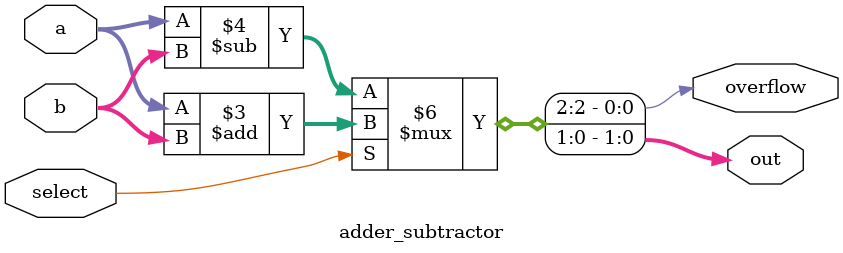
<source format=v>
module testbench;
    reg [1:0] a, b;
    reg select;
    wire [1:0] out;
    wire overflow;

    adder_subtractor u1(.a(a),.b(b),.select(select),.out(out),.overflow(overflow));

    initial begin
        a = 2'b00;
        b = 2'b00;
        select = 1'b1;
        #5
        if(overflow)
            $display ("a = %d, b = %d, select = %d; a + b = %d, overflow", a, b, select, out);
        else
            $display ("a = %d, b = %d, select = %d; a + b = %d, no overflow", a, b, select, out);
        #20 

        a = 2'b01;
        b = 2'b01;
        select = 1'b1;
        #5
        if(overflow)
            $display ("a = %d, b = %d, select = %d; a + b = %d, overflow", a, b, select, out);
        else
            $display ("a = %d, b = %d, select = %d; a + b = %d, no overflow", a, b, select, out);
        #20

        a = 2'b11;
        b = 2'b01;
        select = 1'b1;
        #5
        if(overflow)
            $display ("a = %d, b = %d, select = %d; a + b = %d, overflow", a, b, select, out);
        else
            $display ("a = %d, b = %d, select = %d; a + b = %d, no overflow", a, b, select, out);
        #20

        a = 2'b00;
        b = 2'b01;
        select = 1'b0;
        #5
        if(overflow)
            $display ("a = %d, b = %d, select = %d; a - b = %d, overflow", a, b, select, out);
        else
            $display ("a = %d, b = %d, select = %d; a - b = %d, no overflow", a, b, select, out);
        #20

        a = 2'b10;
        b = 2'b10;
        select = 1'b0;
        #5
        if(overflow)
            $display ("a = %d, b = %d, select = %d; a - b = %d, overflow", a, b, select, out);
        else
            $display ("a = %d, b = %d, select = %d; a - b = %d, no overflow", a, b, select, out);
        #20

        a = 2'b01;
        b = 2'b11;
        select = 1'b0;
        #5
        if(overflow)
            $display ("a = %d, b = %d, select = %d; a - b = %d, overflow", a, b, select, out);
        else
            $display ("a = %d, b = %d, select = %d; a - b = %d, no overflow", a, b, select, out);


        $finish;
    end
endmodule

module adder_subtractor(a, b, select, out, overflow);

    input [1:0] a;
    input [1:0] b;
    input select ;
    output reg [1:0] out;
    output reg overflow;

    always@(*)
    begin
        if(select==1)
        {overflow,out}=a+b;
        else
        {overflow,out}=a-b;
    end

endmodule

</source>
